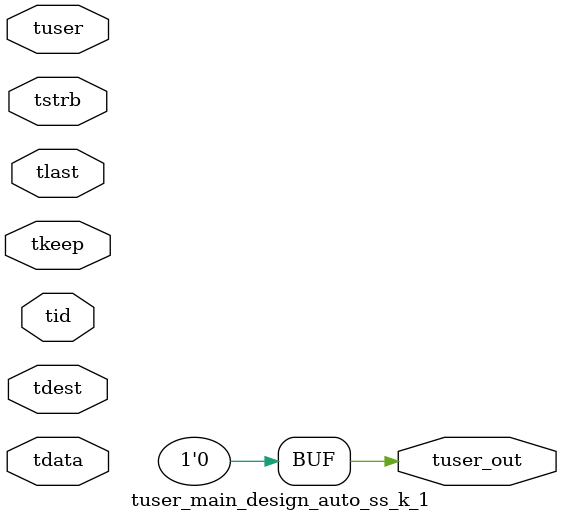
<source format=v>


`timescale 1ps/1ps

module tuser_main_design_auto_ss_k_1 #
(
parameter C_S_AXIS_TUSER_WIDTH = 1,
parameter C_S_AXIS_TDATA_WIDTH = 32,
parameter C_S_AXIS_TID_WIDTH   = 0,
parameter C_S_AXIS_TDEST_WIDTH = 0,
parameter C_M_AXIS_TUSER_WIDTH = 1
)
(
input  [(C_S_AXIS_TUSER_WIDTH == 0 ? 1 : C_S_AXIS_TUSER_WIDTH)-1:0     ] tuser,
input  [(C_S_AXIS_TDATA_WIDTH == 0 ? 1 : C_S_AXIS_TDATA_WIDTH)-1:0     ] tdata,
input  [(C_S_AXIS_TID_WIDTH   == 0 ? 1 : C_S_AXIS_TID_WIDTH)-1:0       ] tid,
input  [(C_S_AXIS_TDEST_WIDTH == 0 ? 1 : C_S_AXIS_TDEST_WIDTH)-1:0     ] tdest,
input  [(C_S_AXIS_TDATA_WIDTH/8)-1:0 ] tkeep,
input  [(C_S_AXIS_TDATA_WIDTH/8)-1:0 ] tstrb,
input                                                                    tlast,
output [C_M_AXIS_TUSER_WIDTH-1:0] tuser_out
);

assign tuser_out = {1'b0};

endmodule


</source>
